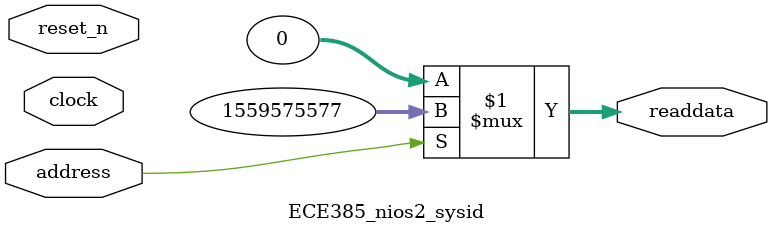
<source format=v>



// synthesis translate_off
`timescale 1ns / 1ps
// synthesis translate_on

// turn off superfluous verilog processor warnings 
// altera message_level Level1 
// altera message_off 10034 10035 10036 10037 10230 10240 10030 

module ECE385_nios2_sysid (
               // inputs:
                address,
                clock,
                reset_n,

               // outputs:
                readdata
             )
;

  output  [ 31: 0] readdata;
  input            address;
  input            clock;
  input            reset_n;

  wire    [ 31: 0] readdata;
  //control_slave, which is an e_avalon_slave
  assign readdata = address ? 1559575577 : 0;

endmodule



</source>
